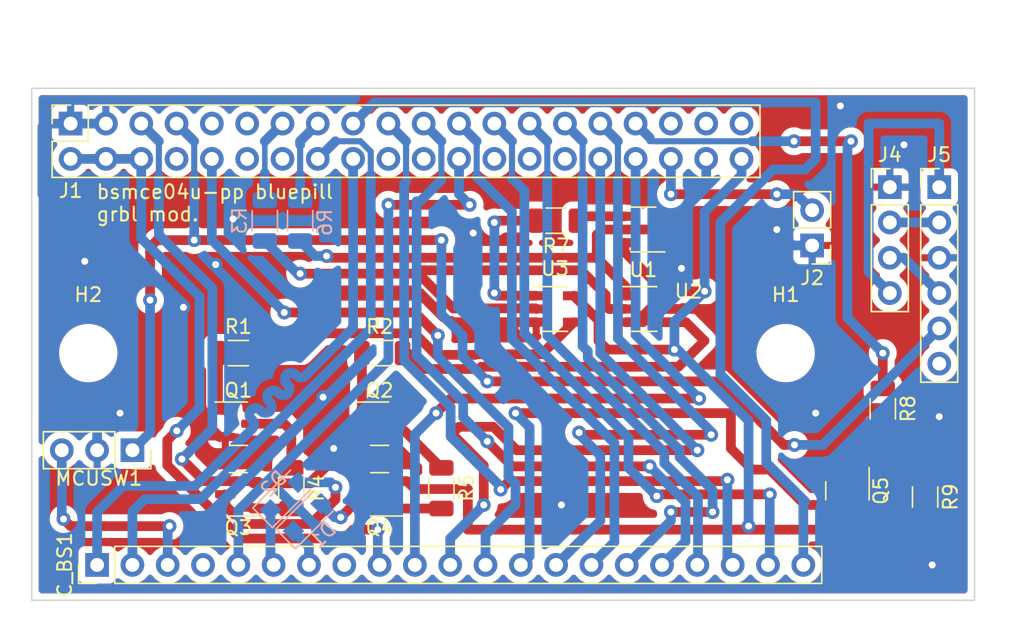
<source format=kicad_pcb>
(kicad_pcb (version 20211014) (generator pcbnew)
  (layers (0 "F.Cu" signal) (31 "B.Cu" signal) (34 "B.Paste" user) (35 "F.Paste" user) (36 "B.SilkS" user "B.Silkscreen") (37 "F.SilkS" user "F.Silkscreen") (38 "B.Mask" user) (39 "F.Mask" user) (44 "Edge.Cuts" user))
  (net 0 "")
  (net 1 "/UDB_D+")
  (net 2 "/UDB_D-")
  (net 3 "/NRST_bsmce04u-pp")
  (net 4 "/Out4")
  (net 5 "/COOLANT_FLOOD_BIT")
  (net 6 "/Out2")
  (net 7 "/Out1")
  (net 8 "/In4")
  (net 9 "/In3")
  (net 10 "/In2")
  (net 11 "/CONTROL_SAFETY_DOOR_BIT")
  (net 12 "/ACM")
  (net 13 "/X_P")
  (net 14 "/X_D")
  (net 15 "/Y_P")
  (net 16 "/Y_D")
  (net 17 "/Z_P")
  (net 18 "/Z_D")
  (net 19 "/A_P")
  (net 20 "/A_D")
  (net 21 "GND")
  (net 22 "+3V3")
  (net 23 "/NRST_BP")
  (net 24 "/B_LIMIT_BIT")
  (net 25 "/C_LIMIT_BIT")
  (net 26 "/SPINDLE_ENABLE_BIT")
  (net 27 "/SPINDLE_DIRECTION_BIT")
  (net 28 "/Motor_enable")
  (net 31 "/VBAT")
  (net 32 "+5V")
  (net 33 "/CONTROL_CYCLE_START_BIT")
  (net 34 "/CONTROL_FEED_HOLD_BIT")
  (net 35 "/CONTROL_RESET_BIT")
  (net 36 "/COOLANT_MIST_BIT")
  (net 37 "/STEPPERS_DISABLE_BIT")
  (net 38 "/B_DIRECTION_BIT")
  (net 39 "/B_STEP_BIT")
  (net 40 "/A_LIMIT_BIT")
  (net 41 "Net-(R7-Pad1)")
  (net 42 "Net-(J1-Pad7)")
  (net 43 "Net-(J1-Pad8)")
  (net 44 "Net-(Q1-Pad1)")
  (net 45 "Net-(Q1-Pad3)")
  (net 46 "Net-(Q2-Pad1)")
  (net 47 "Net-(Q2-Pad3)")
  (net 48 "Net-(Q3-Pad1)")
  (net 49 "Net-(Q4-Pad1)")
  (net 50 "/REW_SIGNAL")
  (net 51 "/FWD_SIGNAL")
  (net 52 "Net-(R7-Pad2)")
  (net 53 "/HS541_~{OE1}")
  (net 54 "/STlink_SWCLK")
  (net 55 "/STlink_SWDIO")
  (net 56 "/STlink_SWO")
  (net 57 "/STlink_target3V3")
  (net 58 "Net-(Q5-Pad1)")
  (net 59 "/SPINDLE_FWD")
  (net 60 "/SPINDLE_REW")
  (footprint "Resistor_SMD:R_1206_3216Metric" (layer "F.Cu") (at 154.94 56.0725 -90)
    (fp_text reference "R8")
    (fp_text value "1k")
  )
  (footprint "Package_TO_SOT_SMD:SOT-23" (layer "F.Cu") (at 108.585 57.15)
    (fp_text reference "Q1")
    (fp_text value "BC817")
  )
  (footprint "Connector_PinHeader_2.54mm:PinHeader_1x04_P2.54mm_Vertical" (layer "F.Cu") (at 155.448 40.132)
    (fp_text reference "J4")
    (fp_text value "ST-Lint2Pill")
  )
  (footprint "Connector_PinHeader_2.54mm:PinHeader_1x06_P2.54mm_Vertical" (layer "F.Cu") (at 159.004 40.132)
    (fp_text reference "J5")
    (fp_text value "ST-link OUT")
  )
  (footprint "Package_TO_SOT_SMD:SOT-23" (layer "F.Cu") (at 118.745 62.23 180)
    (fp_text reference "Q4")
    (fp_text value "BC807")
  )
  (footprint "Resistor_SMD:R_1206_3216Metric" (layer "F.Cu") (at 123.19 61.7875 -90)
    (fp_text reference "R5")
    (fp_text value "1k")
  )
  (footprint "Connector_PinHeader_2.54mm:PinHeader_1x02_P2.54mm_Vertical" (layer "F.Cu") (at 149.86 44.328 180)
    (fp_text reference "J2")
    (fp_text value "PowerSupply")
  )
  (footprint "Package_TO_SOT_SMD:SOT-23" (layer "F.Cu") (at 108.585 62.23 180)
    (fp_text reference "Q3")
    (fp_text value "BC807")
  )
  (footprint "Resistor_SMD:R_1206_3216Metric" (layer "F.Cu") (at 157.988 62.4225 -90)
    (fp_text reference "R9")
    (fp_text value "10k")
  )
  (footprint "Package_TO_SOT_SMD:SOT-23-5_HandSoldering" (layer "F.Cu") (at 137.795 48.895)
    (fp_text reference "U2")
    (fp_text value "SN74AHC1G08DBVR")
  )
  (footprint "Connector_PinHeader_2.54mm:PinHeader_1x21_P2.54mm_Vertical" (layer "F.Cu") (at 98.425 67.305 90)
    (fp_text reference "C_BS1")
    (fp_text value "bsmce04u-pp")
  )
  (footprint "Connector_PinSocket_2.54mm:PinSocket_1x03_P2.54mm_Vertical" (layer "F.Cu") (at 100.965 59.055 -90)
    (fp_text reference "MCUSW1")
    (fp_text value "mcu_switch")
  )
  (footprint "Package_TO_SOT_SMD:SOT-23" (layer "F.Cu") (at 118.745 57.15)
    (fp_text reference "Q2")
    (fp_text value "BC817")
  )
  (footprint "MountingHole:MountingHole_3.2mm_M3" (layer "F.Cu") (at 97.79 52.07)
    (fp_text reference "H2")
    (fp_text value "MountingHole")
  )
  (footprint "Resistor_SMD:R_1206_3216Metric" (layer "F.Cu") (at 108.585 52.07 180)
    (fp_text reference "R1")
    (fp_text value "1k")
  )
  (footprint "Resistor_SMD:R_1206_3216Metric" (layer "F.Cu") (at 112.395 61.7875 -90)
    (fp_text reference "R4")
    (fp_text value "1k")
  )
  (footprint "MountingHole:MountingHole_3.2mm_M3" (layer "F.Cu") (at 147.955 52.07)
    (fp_text reference "H1")
    (fp_text value "MountingHole")
  )
  (footprint "Resistor_SMD:R_1206_3216Metric" (layer "F.Cu") (at 118.9375 52.07 180)
    (fp_text reference "R2")
    (fp_text value "1k")
  )
  (footprint "Package_TO_SOT_SMD:SOT-23" (layer "F.Cu") (at 152.4 61.976 -90)
    (fp_text reference "Q5")
    (fp_text value "BC817")
  )
  (footprint "Package_TO_SOT_SMD:SOT-23-5_HandSoldering" (layer "F.Cu") (at 137.715 43.18 180)
    (fp_text reference "U1")
    (fp_text value "SN74AHC1G04DBVR")
  )
  (footprint "Package_TO_SOT_SMD:SOT-23-5_HandSoldering" (layer "F.Cu") (at 131.365 48.895)
    (fp_text reference locked "U3")
    (fp_text value "SN74AHC1G08DBVR")
  )
  (footprint "Resistor_SMD:R_1206_3216Metric" (layer "F.Cu") (at 131.445 42.545 180)
    (fp_text reference "R7")
    (fp_text value "1k")
  )
  (footprint "BluePillVertical:BluePillPinSocket_2x20_P2.54mm_Vertical" (layer "F.Cu") (at 96.52 35.56 90)
    (fp_text reference "J1")
    (fp_text value "BluePill")
  )
  (footprint "Diode_SMD:D_SOD-123F" (layer "B.Cu") (at 113.538 63.881 45)
    (fp_text reference "D1")
    (fp_text value "1N4148")
  )
  (footprint "Resistor_SMD:R_1206_3216Metric" (layer "B.Cu") (at 110.49 42.545 -90)
    (fp_text reference "R3")
    (fp_text value "1k")
  )
  (footprint "Diode_SMD:D_SOD-123F" (layer "B.Cu") (at 111.887 62.357 45)
    (fp_text reference "D2")
    (fp_text value "1N4148")
  )
  (footprint "Resistor_SMD:R_1206_3216Metric" (layer "B.Cu") (at 113.03 42.545 -90)
    (fp_text reference "R6")
    (fp_text value "1k")
  )
  (gr_line (start 161.544 33.02) (end 161.544 69.85) (layer "Edge.Cuts") (width 0.1))
  (gr_line (start 93.726 69.85) (end 93.726 33.02) (layer "Edge.Cuts") (width 0.1))
  (gr_line (start 93.726 33.02) (end 161.544 33.02) (layer "Edge.Cuts") (width 0.1))
  (gr_line (start 161.544 69.85) (end 93.726 69.85) (layer "Edge.Cuts") (width 0.1))
  (gr_text "bsmce04u-pp bluepill\ngrbl mod." (at 98.298 41.275) (layer "F.SilkS") (effects (font (size 1 1)) (justify left)))
  (segment (start 111.421106 54.896328) (end 111.421106 54.896327) (width 0.7) (layer "B.Cu") (net 1))
  (segment (start 110.855418 56.239831) (end 110.855418 56.23983) (width 0.7) (layer "B.Cu") (net 1))
  (segment (start 109.582624 56.876228) (end 109.511914 56.805518) (width 0.7) (layer "B.Cu") (net 1))
  (segment (start 116.84 50.255248) (end 116.84 38.1) (width 0.7) (layer "B.Cu") (net 1))
  (segment (start 98.425 67.305) (end 98.425 63.5) (width 0.7) (layer "B.Cu") (net 1))
  (segment (start 112.6939 53.623533) (end 112.764611 53.694244) (width 0.7) (layer "B.Cu") (net 1))
  (segment (start 110.148312 56.169121) (end 110.219023 56.239832) (width 0.7) (layer "B.Cu") (net 1))
  (segment (start 110.148312 56.169122) (end 110.148312 56.169121) (width 0.7) (layer "B.Cu") (net 1))
  (segment (start 112.128212 54.33064) (end 112.057502 54.25993) (width 0.7) (layer "B.Cu") (net 1))
  (segment (start 110.855418 55.603434) (end 110.784708 55.532724) (width 0.7) (layer "B.Cu") (net 1))
  (segment (start 98.425 63.5) (end 100.297 61.628) (width 0.7) (layer "B.Cu") (net 1))
  (segment (start 111.421106 54.896327) (end 111.491817 54.967038) (width 0.7) (layer "B.Cu") (net 1))
  (segment (start 113.401006 53.694243) (end 116.84 50.255248) (width 0.7) (layer "B.Cu") (net 1))
  (segment (start 112.128213 54.967038) (end 112.128212 54.967037) (width 0.7) (layer "B.Cu") (net 1))
  (segment (start 112.128212 54.967037) (end 112.128212 54.967036) (width 0.7) (layer "B.Cu") (net 1))
  (segment (start 105.467248 61.628) (end 109.582624 57.512624) (width 0.7) (layer "B.Cu") (net 1))
  (segment (start 112.6939 53.623534) (end 112.6939 53.623533) (width 0.7) (layer "B.Cu") (net 1))
  (segment (start 110.855419 56.239832) (end 110.855418 56.239831) (width 0.7) (layer "B.Cu") (net 1))
  (segment (start 100.297 61.628) (end 105.467248 61.628) (width 0.7) (layer "B.Cu") (net 1))
  (segment (start 113.401007 53.694244) (end 113.401006 53.694243) (width 0.7) (layer "B.Cu") (net 1))
  (arc (start 112.057502 53.623534) (mid 112.375702 53.491731) (end 112.6939 53.623534) (width 0.7) (layer "B.Cu") (net 1))
  (arc (start 109.582624 57.512624) (mid 109.714426 57.194426) (end 109.582624 56.876228) (width 0.7) (layer "B.Cu") (net 1))
  (arc (start 112.128212 54.967036) (mid 112.260014 54.648838) (end 112.128212 54.33064) (width 0.7) (layer "B.Cu") (net 1))
  (arc (start 110.219023 56.239832) (mid 110.537221 56.371634) (end 110.855419 56.239832) (width 0.7) (layer "B.Cu") (net 1))
  (arc (start 111.491817 54.967038) (mid 111.810015 55.09884) (end 112.128213 54.967038) (width 0.7) (layer "B.Cu") (net 1))
  (arc (start 109.511914 56.805518) (mid 109.380112 56.48732) (end 109.511914 56.169122) (width 0.7) (layer "B.Cu") (net 1))
  (arc (start 112.057502 54.25993) (mid 111.9257 53.941732) (end 112.057502 53.623534) (width 0.7) (layer "B.Cu") (net 1))
  (arc (start 110.784708 54.896328) (mid 111.102908 54.764525) (end 111.421106 54.896328) (width 0.7) (layer "B.Cu") (net 1))
  (arc (start 110.784708 55.532724) (mid 110.652906 55.214526) (end 110.784708 54.896328) (width 0.7) (layer "B.Cu") (net 1))
  (arc (start 112.764611 53.694244) (mid 113.082809 53.826046) (end 113.401007 53.694244) (width 0.7) (layer "B.Cu") (net 1))
  (arc (start 110.855418 56.23983) (mid 110.98722 55.921632) (end 110.855418 55.603434) (width 0.7) (layer "B.Cu") (net 1))
  (arc (start 109.511914 56.169122) (mid 109.830114 56.037319) (end 110.148312 56.169122) (width 0.7) (layer "B.Cu") (net 1))
  (segment (start 114.3 38.1) (end 115.57 36.83) (width 0.7) (layer "B.Cu") (net 2))
  (segment (start 118.11 39.243) (end 118.11 50.328752) (width 0.7) (layer "B.Cu") (net 2))
  (segment (start 117.366052 36.83) (end 118.11 37.573948) (width 0.44) (layer "B.Cu") (net 2))
  (segment (start 115.57 36.83) (end 117.366052 36.83) (width 0.44) (layer "B.Cu") (net 2))
  (segment (start 118.11 37.573948) (end 118.11 39.243) (width 0.44) (layer "B.Cu") (net 2))
  (segment (start 105.860752 62.578) (end 101.854 62.578) (width 0.7) (layer "B.Cu") (net 2))
  (segment (start 118.11 50.328752) (end 105.860752 62.578) (width 0.7) (layer "B.Cu") (net 2))
  (segment (start 101.854 62.578) (end 100.965 63.467) (width 0.7) (layer "B.Cu") (net 2))
  (segment (start 100.965 63.467) (end 100.965 67.305) (width 0.7) (layer "B.Cu") (net 2))
  (segment (start 103.632 64.516) (end 96.52 64.516) (width 0.7) (layer "F.Cu") (net 3))
  (segment (start 96.52 64.516) (end 96.012 64.008) (width 0.7) (layer "F.Cu") (net 3))
  (via (at 96.012 64.008) (size 1) (drill 0.5) (layers "F.Cu" "B.Cu") (net 3))
  (via (at 103.632 64.516) (size 1) (drill 0.5) (layers "F.Cu" "B.Cu") (net 3))
  (segment (start 95.885 63.881) (end 96.012 64.008) (width 0.7) (layer "B.Cu") (net 3))
  (segment (start 103.505 64.643) (end 103.632 64.516) (width 0.7) (layer "B.Cu") (net 3))
  (segment (start 95.885 59.055) (end 95.885 63.881) (width 0.7) (layer "B.Cu") (net 3))
  (segment (start 103.505 67.305) (end 103.505 64.643) (width 0.7) (layer "B.Cu") (net 3))
  (segment (start 119.38 41.402) (end 125.222 41.402) (width 0.7) (layer "F.Cu") (net 5))
  (via (at 125.222 41.402) (size 1) (drill 0.5) (layers "F.Cu" "B.Cu") (net 5))
  (via (at 119.38 41.402) (size 1) (drill 0.5) (layers "F.Cu" "B.Cu") (net 5))
  (segment (start 119.38 52.578) (end 119.38 41.402) (width 0.7) (layer "B.Cu") (net 5))
  (segment (start 124.46 40.64) (end 125.222 41.402) (width 0.7) (layer "B.Cu") (net 5))
  (segment (start 124.46 38.1) (end 124.46 40.64) (width 0.7) (layer "B.Cu") (net 5))
  (segment (start 108.585 63.373) (end 119.38 52.578) (width 0.7) (layer "B.Cu") (net 5))
  (segment (start 108.585 67.305) (end 108.585 63.373) (width 0.7) (layer "B.Cu") (net 5))
  (segment (start 110.897051 63.346949) (end 110.897051 67.077051) (width 0.7) (layer "B.Cu") (net 6))
  (segment (start 110.897051 67.077051) (end 111.125 67.305) (width 0.7) (layer "B.Cu") (net 6))
  (segment (start 112.548051 64.870949) (end 113.665 65.987898) (width 0.7) (layer "B.Cu") (net 7))
  (segment (start 113.665 65.987898) (end 113.665 67.305) (width 0.7) (layer "B.Cu") (net 7))
  (segment (start 116.84 64.77) (end 116.205 65.405) (width 0.7) (layer "F.Cu") (net 9))
  (segment (start 103.472777 60.129812) (end 103.472777 58.340648) (width 0.7) (layer "F.Cu") (net 9))
  (segment (start 103.472777 58.340648) (end 104.155425 57.658) (width 0.7) (layer "F.Cu") (net 9))
  (segment (start 108.747965 65.405) (end 103.472777 60.129812) (width 0.7) (layer "F.Cu") (net 9))
  (segment (start 116.205 65.405) (end 108.747965 65.405) (width 0.7) (layer "F.Cu") (net 9))
  (segment (start 118.618 64.77) (end 116.84 64.77) (width 0.7) (layer "F.Cu") (net 9))
  (via (at 104.155425 57.658) (size 1) (drill 0.5) (layers "F.Cu" "B.Cu") (net 9))
  (via (at 118.618 64.77) (size 1) (drill 0.5) (layers "F.Cu" "B.Cu") (net 9))
  (segment (start 118.618 64.77) (end 118.618 67.178) (width 0.7) (layer "B.Cu") (net 9))
  (segment (start 101.6 43.815) (end 105.791 48.006) (width 0.7) (layer "B.Cu") (net 9))
  (segment (start 118.618 67.178) (end 118.745 67.305) (width 0.7) (layer "B.Cu") (net 9))
  (segment (start 101.6 38.1) (end 101.6 43.815) (width 0.7) (layer "B.Cu") (net 9))
  (segment (start 105.791 48.006) (end 105.791 56.022425) (width 0.7) (layer "B.Cu") (net 9))
  (segment (start 105.791 56.022425) (end 104.155425 57.658) (width 0.7) (layer "B.Cu") (net 9))
  (segment (start 96.52 38.1) (end 101.6 38.1) (width 0.7) (layer "B.Cu") (net 9))
  (segment (start 122.809 56.388) (end 123.858502 55.338498) (width 0.7) (layer "F.Cu") (net 10))
  (segment (start 123.858502 55.338498) (end 141.731998 55.338498) (width 0.7) (layer "F.Cu") (net 10))
  (segment (start 141.731998 55.338498) (end 141.732 55.3385) (width 0.7) (layer "F.Cu") (net 10))
  (via (at 122.809 56.388) (size 1) (drill 0.5) (layers "F.Cu" "B.Cu") (net 10))
  (via (at 141.732 55.3385) (size 1) (drill 0.5) (layers "F.Cu" "B.Cu") (net 10))
  (segment (start 121.285 67.305) (end 121.285 57.912) (width 0.7) (layer "B.Cu") (net 10))
  (segment (start 137.16 50.7665) (end 141.732 55.3385) (width 0.7) (layer "B.Cu") (net 10))
  (segment (start 121.285 57.912) (end 122.809 56.388) (width 0.7) (layer "B.Cu") (net 10))
  (segment (start 137.16 38.1) (end 137.16 50.7665) (width 0.7) (layer "B.Cu") (net 10))
  (segment (start 124.453718 57.3705) (end 123.952 57.872218) (width 0.7) (layer "F.Cu") (net 11))
  (segment (start 141.605 59.055) (end 128.611218 59.055) (width 0.7) (layer "F.Cu") (net 11))
  (segment (start 126.238 60.158218) (end 126.238 62.992) (width 0.7) (layer "F.Cu") (net 11))
  (segment (start 128.611218 59.055) (end 126.926718 57.3705) (width 0.7) (layer "F.Cu") (net 11))
  (segment (start 123.952 57.872218) (end 126.238 60.158218) (width 0.7) (layer "F.Cu") (net 11))
  (segment (start 126.926718 57.3705) (end 124.453718 57.3705) (width 0.7) (layer "F.Cu") (net 11))
  (via (at 126.238 62.992) (size 1) (drill 0.5) (layers "F.Cu" "B.Cu") (net 11))
  (via (at 141.605 59.055) (size 1) (drill 0.5) (layers "F.Cu" "B.Cu") (net 11))
  (segment (start 123.825 67.305) (end 123.825 65.405) (width 0.7) (layer "B.Cu") (net 11))
  (segment (start 134.62 52.067017) (end 141.605 59.052017) (width 0.7) (layer "B.Cu") (net 11))
  (segment (start 134.62 38.1) (end 134.62 52.067017) (width 0.7) (layer "B.Cu") (net 11))
  (segment (start 123.825 65.405) (end 126.238 62.992) (width 0.7) (layer "B.Cu") (net 11))
  (segment (start 141.605 59.052017) (end 141.605 59.055) (width 0.7) (layer "B.Cu") (net 11))
  (segment (start 111.887 49.149) (end 121.285 49.149) (width 0.7) (layer "F.Cu") (net 12))
  (segment (start 121.285 49.149) (end 122.936 50.8) (width 0.7) (layer "F.Cu") (net 12))
  (via (at 111.887 49.149) (size 1) (drill 0.5) (layers "F.Cu" "B.Cu") (net 12))
  (via (at 122.936 50.8) (size 1) (drill 0.5) (layers "F.Cu" "B.Cu") (net 12))
  (segment (start 106.68 38.1) (end 106.68 43.942) (width 0.7) (layer "B.Cu") (net 12))
  (segment (start 122.936 50.8) (end 122.936 52.324) (width 0.7) (layer "B.Cu") (net 12))
  (segment (start 128.016 57.404) (end 128.016 60.96) (width 0.7) (layer "B.Cu") (net 12))
  (segment (start 122.936 52.324) (end 128.016 57.404) (width 0.7) (layer "B.Cu") (net 12))
  (segment (start 106.68 43.942) (end 111.887 49.149) (width 0.7) (layer "B.Cu") (net 12))
  (segment (start 128.524 61.468) (end 128.524 62.992) (width 0.7) (layer "B.Cu") (net 12))
  (segment (start 126.365 65.151) (end 126.365 67.305) (width 0.7) (layer "B.Cu") (net 12))
  (segment (start 128.524 62.992) (end 126.365 65.151) (width 0.7) (layer "B.Cu") (net 12))
  (segment (start 128.016 60.96) (end 128.524 61.468) (width 0.7) (layer "B.Cu") (net 12))
  (segment (start 133.2565 57.9455) (end 142.599578 57.9455) (width 0.7) (layer "F.Cu") (net 13))
  (segment (start 133.096 57.785) (end 133.2565 57.9455) (width 0.7) (layer "F.Cu") (net 13))
  (via (at 142.599578 57.9455) (size 1) (drill 0.5) (layers "F.Cu" "B.Cu") (net 13))
  (via (at 133.096 57.785) (size 1) (drill 0.5) (layers "F.Cu" "B.Cu") (net 13))
  (segment (start 134.62 59.436) (end 134.62 64.13) (width 0.7) (layer "B.Cu") (net 13))
  (segment (start 135.89 39.497) (end 135.89 36.83) (width 0.44) (layer "B.Cu") (net 13))
  (segment (start 133.096 57.912) (end 134.62 59.436) (width 0.7) (layer "B.Cu") (net 13))
  (segment (start 134.62 64.13) (end 131.445 67.305) (width 0.7) (layer "B.Cu") (net 13))
  (segment (start 135.89 51.014218) (end 142.660782 57.785) (width 0.7) (layer "B.Cu") (net 13))
  (segment (start 134.62 35.56) (end 135.89 36.83) (width 0.7) (layer "B.Cu") (net 13))
  (segment (start 133.096 57.785) (end 133.096 57.912) (width 0.7) (layer "B.Cu") (net 13))
  (segment (start 135.89 39.497) (end 135.89 51.014218) (width 0.7) (layer "B.Cu") (net 13))
  (segment (start 124.46 35.56) (end 125.73 36.83) (width 0.7) (layer "B.Cu") (net 14))
  (segment (start 125.73 36.83) (end 125.73 37.211) (width 0.44) (layer "B.Cu") (net 14))
  (segment (start 130.473001 53.381915) (end 135.636 58.544914) (width 0.7) (layer "B.Cu") (net 14))
  (segment (start 125.73 39.37) (end 128.259499 41.899499) (width 0.7) (layer "B.Cu") (net 14))
  (segment (start 135.636 65.654) (end 133.985 67.305) (width 0.7) (layer "B.Cu") (net 14))
  (segment (start 135.636 58.544914) (end 135.636 65.654) (width 0.7) (layer "B.Cu") (net 14))
  (segment (start 128.259499 41.899499) (end 128.259499 51.041413) (width 0.7) (layer "B.Cu") (net 14))
  (segment (start 130.473001 53.254914) (end 130.473001 53.381915) (width 0.7) (layer "B.Cu") (net 14))
  (segment (start 125.73 37.211) (end 125.73 39.37) (width 0.44) (layer "B.Cu") (net 14))
  (segment (start 128.259499 51.041413) (end 130.473001 53.254914) (width 0.7) (layer "B.Cu") (net 14))
  (segment (start 139.7 63.5) (end 142.698501 63.5) (width 0.7) (layer "F.Cu") (net 15))
  (via (at 139.7 63.5) (size 1) (drill 0.5) (layers "F.Cu" "B.Cu") (net 15))
  (via (at 142.698501 63.5) (size 1) (drill 0.5) (layers "F.Cu" "B.Cu") (net 15))
  (segment (start 140.335 59.563) (end 142.698501 61.926501) (width 0.7) (layer "B.Cu") (net 15))
  (segment (start 136.525 67.305) (end 139.7 64.13) (width 0.7) (layer "B.Cu") (net 15))
  (segment (start 133.35 51.561999) (end 133.720499 51.932499) (width 0.7) (layer "B.Cu") (net 15))
  (segment (start 133.35 39.37) (end 133.35 51.561999) (width 0.7) (layer "B.Cu") (net 15))
  (segment (start 132.08 35.56) (end 133.35 36.83) (width 0.7) (layer "B.Cu") (net 15))
  (segment (start 140.335 59.054103) (end 140.335 59.563) (width 0.7) (layer "B.Cu") (net 15))
  (segment (start 133.35 36.83) (end 133.35 37.465) (width 0.44) (layer "B.Cu") (net 15))
  (segment (start 133.35 37.465) (end 133.35 39.37) (width 0.44) (layer "B.Cu") (net 15))
  (segment (start 142.698501 61.926501) (end 142.698501 63.5) (width 0.7) (layer "B.Cu") (net 15))
  (segment (start 133.720499 52.439602) (end 140.335 59.054103) (width 0.7) (layer "B.Cu") (net 15))
  (segment (start 139.7 64.13) (end 139.7 63.5) (width 0.7) (layer "B.Cu") (net 15))
  (segment (start 133.720499 51.932499) (end 133.720499 52.439602) (width 0.7) (layer "B.Cu") (net 15))
  (segment (start 128.289451 60.217451) (end 126.492 58.42) (width 0.7) (layer "F.Cu") (net 16))
  (segment (start 138.176 60.217451) (end 128.289451 60.217451) (width 0.7) (layer "F.Cu") (net 16))
  (via (at 138.176 60.217451) (size 1) (drill 0.5) (layers "F.Cu" "B.Cu") (net 16))
  (via (at 126.492 58.42) (size 1) (drill 0.5) (layers "F.Cu" "B.Cu") (net 16))
  (segment (start 123.19 36.83) (end 123.19 37.211) (width 0.44) (layer "B.Cu") (net 16))
  (segment (start 123.19 39.497) (end 123.19 39.624) (width 0.44) (layer "B.Cu") (net 16))
  (segment (start 123.19 37.211) (end 123.19 39.497) (width 0.44) (layer "B.Cu") (net 16))
  (segment (start 140.7495 62.790951) (end 140.7495 65.6205) (width 0.7) (layer "B.Cu") (net 16))
  (segment (start 124.758001 56.686001) (end 124.758001 55.580697) (width 0.7) (layer "B.Cu") (net 16))
  (segment (start 124.758001 55.580697) (end 121.412 52.234696) (width 0.7) (layer "B.Cu") (net 16))
  (segment (start 121.666 41.148) (end 123.19 39.624) (width 0.7) (layer "B.Cu") (net 16))
  (segment (start 140.7495 65.6205) (end 139.065 67.305) (width 0.7) (layer "B.Cu") (net 16))
  (segment (start 126.492 58.42) (end 124.758001 56.686001) (width 0.7) (layer "B.Cu") (net 16))
  (segment (start 121.412 41.148) (end 121.666 41.148) (width 0.7) (layer "B.Cu") (net 16))
  (segment (start 121.92 35.56) (end 123.19 36.83) (width 0.7) (layer "B.Cu") (net 16))
  (segment (start 121.412 52.234696) (end 121.412 41.148) (width 0.7) (layer "B.Cu") (net 16))
  (segment (start 138.176 60.217451) (end 140.7495 62.790951) (width 0.7) (layer "B.Cu") (net 16))
  (segment (start 141.649001 62.401001) (end 141.649001 67.260999) (width 0.7) (layer "B.Cu") (net 17))
  (segment (start 129.54 35.56) (end 130.81 36.83) (width 0.7) (layer "B.Cu") (net 17))
  (segment (start 139.2255 59.216689) (end 139.2255 59.9775) (width 0.7) (layer "B.Cu") (net 17))
  (segment (start 130.81 50.801189) (end 139.2255 59.216689) (width 0.7) (layer "B.Cu") (net 17))
  (segment (start 141.649001 67.260999) (end 141.605 67.305) (width 0.7) (layer "B.Cu") (net 17))
  (segment (start 130.81 36.83) (end 130.81 39.37) (width 0.44) (layer "B.Cu") (net 17))
  (segment (start 139.2255 59.9775) (end 141.649001 62.401001) (width 0.7) (layer "B.Cu") (net 17))
  (segment (start 130.81 39.37) (end 130.81 50.801189) (width 0.7) (layer "B.Cu") (net 17))
  (segment (start 128.055476 61.2805) (end 127.453879 61.882097) (width 0.7) (layer "F.Cu") (net 18))
  (segment (start 143.764 61.1805) (end 143.664 61.2805) (width 0.7) (layer "F.Cu") (net 18))
  (segment (start 143.664 61.2805) (end 128.055476 61.2805) (width 0.7) (layer "F.Cu") (net 18))
  (via (at 143.764 61.1805) (size 1) (drill 0.5) (layers "F.Cu" "B.Cu") (net 18))
  (via (at 127.453879 61.882097) (size 1) (drill 0.5) (layers "F.Cu" "B.Cu") (net 18))
  (segment (start 123.8585 58.074587) (end 127.453879 61.669966) (width 0.7) (layer "B.Cu") (net 18))
  (segment (start 120.512499 39.888501) (end 120.512499 52.607282) (width 0.7) (layer "B.Cu") (net 18))
  (segment (start 120.65 36.83) (end 120.65 37.465) (width 0.44) (layer "B.Cu") (net 18))
  (segment (start 143.764 66.924) (end 144.145 67.305) (width 0.7) (layer "B.Cu") (net 18))
  (segment (start 123.8585 55.953282) (end 123.8585 58.074587) (width 0.7) (layer "B.Cu") (net 18))
  (segment (start 120.65 39.751) (end 120.512499 39.888501) (width 0.7) (layer "B.Cu") (net 18))
  (segment (start 127.453879 61.669966) (end 127.453879 61.882097) (width 0.7) (layer "B.Cu") (net 18))
  (segment (start 119.38 35.56) (end 120.65 36.83) (width 0.7) (layer "B.Cu") (net 18))
  (segment (start 120.65 37.465) (end 120.65 39.116) (width 0.44) (layer "B.Cu") (net 18))
  (segment (start 120.65 39.116) (end 120.65 39.751) (width 0.44) (layer "B.Cu") (net 18))
  (segment (start 120.512499 52.607282) (end 123.8585 55.953282) (width 0.7) (layer "B.Cu") (net 18))
  (segment (start 143.764 61.1805) (end 143.764 66.924) (width 0.7) (layer "B.Cu") (net 18))
  (segment (start 138.811 62.23) (end 138.684 62.357) (width 0.7) (layer "F.Cu") (net 19))
  (segment (start 146.812 62.23) (end 138.811 62.23) (width 0.7) (layer "F.Cu") (net 19))
  (via (at 146.812 62.23) (size 1) (drill 0.5) (layers "F.Cu" "B.Cu") (net 19))
  (via (at 138.684 62.357) (size 1) (drill 0.5) (layers "F.Cu" "B.Cu") (net 19))
  (segment (start 128.27 36.83) (end 128.27 39.497) (width 0.44) (layer "B.Cu") (net 19))
  (segment (start 128.27 39.497) (end 129.159 40.386) (width 0.7) (layer "B.Cu") (net 19))
  (segment (start 136.652 58.161827) (end 136.652 60.325) (width 0.7) (layer "B.Cu") (net 19))
  (segment (start 146.812 62.23) (end 146.812 67.178) (width 0.7) (layer "B.Cu") (net 19))
  (segment (start 129.159 50.668828) (end 136.652 58.161827) (width 0.7) (layer "B.Cu") (net 19))
  (segment (start 136.652 60.325) (end 138.684 62.357) (width 0.7) (layer "B.Cu") (net 19))
  (segment (start 146.812 67.178) (end 146.685 67.305) (width 0.7) (layer "B.Cu") (net 19))
  (segment (start 127 35.56) (end 128.27 36.83) (width 0.7) (layer "B.Cu") (net 19))
  (segment (start 129.159 40.386) (end 129.159 50.668828) (width 0.7) (layer "B.Cu") (net 19))
  (segment (start 150.114 34.036) (end 150.114 38.1) (width 0.7) (layer "B.Cu") (net 20))
  (segment (start 118.364 34.036) (end 150.114 34.036) (width 0.7) (layer "B.Cu") (net 20))
  (segment (start 147.066 38.862) (end 143.256 42.672) (width 0.7) (layer "B.Cu") (net 20))
  (segment (start 143.256 53.594) (end 146.558 56.896) (width 0.7) (layer "B.Cu") (net 20))
  (segment (start 116.84 35.56) (end 118.364 34.036) (width 0.7) (layer "B.Cu") (net 20))
  (segment (start 143.256 42.672) (end 143.256 53.594) (width 0.7) (layer "B.Cu") (net 20))
  (segment (start 146.558 56.896) (end 146.558 59.944) (width 0.7) (layer "B.Cu") (net 20))
  (segment (start 149.352 38.862) (end 147.066 38.862) (width 0.7) (layer "B.Cu") (net 20))
  (segment (start 149.352 62.738) (end 149.225 62.865) (width 0.7) (layer "B.Cu") (net 20))
  (segment (start 150.114 38.1) (end 149.352 38.862) (width 0.7) (layer "B.Cu") (net 20))
  (segment (start 149.225 62.865) (end 149.225 67.305) (width 0.7) (layer "B.Cu") (net 20))
  (segment (start 146.558 59.944) (end 149.352 62.738) (width 0.7) (layer "B.Cu") (net 20))
  (segment (start 107.6475 58.1) (end 107.249 58.1) (width 0.7) (layer "F.Cu") (net 21))
  (segment (start 136.445 49.845) (end 137.7 49.845) (width 0.7) (layer "F.Cu") (net 21))
  (segment (start 102.87 56.388) (end 100.076 56.388) (width 0.7) (layer "F.Cu") (net 21))
  (segment (start 147.066 45.974) (end 147.32 45.72) (width 0.5) (layer "F.Cu") (net 21))
  (segment (start 144.145 48.895) (end 147.32 45.72) (width 0.7) (layer "F.Cu") (net 21))
  (segment (start 123.878718 49.7505) (end 123.973218 49.845) (width 0.7) (layer "F.Cu") (net 21))
  (segment (start 107.249 58.1) (end 104.2035 55.0545) (width 0.7) (layer "F.Cu") (net 21))
  (segment (start 105.664 47.752) (end 121.663914 47.752) (width 0.7) (layer "F.Cu") (net 21))
  (segment (start 137.795 49.276) (end 138.176 48.895) (width 0.7) (layer "F.Cu") (net 21))
  (segment (start 139.065 42.23) (end 146.37 42.23) (width 0.7) (layer "F.Cu") (net 21))
  (segment (start 121.663914 47.752) (end 123.662414 49.7505) (width 0.7) (layer "F.Cu") (net 21))
  (segment (start 123.973218 49.845) (end 130.015 49.845) (width 0.7) (layer "F.Cu") (net 21))
  (segment (start 137.7 49.845) (end 137.795 49.75) (width 0.7) (layer "F.Cu") (net 21))
  (segment (start 146.37 42.23) (end 147.32 43.18) (width 0.7) (layer "F.Cu") (net 21))
  (segment (start 104.6353 48.7807) (end 105.664 47.752) (width 0.7) (layer "F.Cu") (net 21))
  (segment (start 123.662414 49.7505) (end 123.878718 49.7505) (width 0.7) (layer "F.Cu") (net 21))
  (segment (start 138.176 48.895) (end 144.145 48.895) (width 0.7) (layer "F.Cu") (net 21))
  (segment (start 104.2035 55.0545) (end 102.87 56.388) (width 0.7) (layer "F.Cu") (net 21))
  (segment (start 137.795 49.75) (end 137.795 49.276) (width 0.7) (layer "F.Cu") (net 21))
  (segment (start 147.32 43.18) (end 147.32 45.72) (width 0.7) (layer "F.Cu") (net 21))
  (via (at 114.679485 55.243485) (size 1) (drill 0.5) (layers "F.Cu" "B.Cu") (net 21))
  (via (at 115.443 58.928) (size 1) (drill 0.5) (layers "F.Cu" "B.Cu") (net 21))
  (via (at 104.6353 48.7807) (size 1) (drill 0.5) (layers "F.Cu" "B.Cu") (net 21))
  (via (at 100.076 56.388) (size 1) (drill 0.5) (layers "F.Cu" "B.Cu") (net 21))
  (via (at 147.32 43.18) (size 1) (drill 0.5) (layers "F.Cu" "B.Cu") (net 21))
  (via (at 156.464 37.084) (size 1) (drill 0.5) (layers "F.Cu" "B.Cu") (net 21))
  (via (at 140.462 45.974) (size 1) (drill 0.5) (layers "F.Cu" "B.Cu") (net 21))
  (via (at 151.892 34.29) (size 1) (drill 0.5) (layers "F.Cu" "B.Cu") (net 21))
  (via (at 108.204 42.418) (size 1) (drill 0.5) (layers "F.Cu" "B.Cu") (net 21))
  (via (at 150.114 56.388) (size 1) (drill 0.5) (layers "F.Cu" "B.Cu") (net 21))
  (via (at 158.496 67.31) (size 1) (drill 0.5) (layers "F.Cu" "B.Cu") (net 21))
  (via (at 97.536 45.466) (size 1) (drill 0.5) (layers "F.Cu" "B.Cu") (net 21))
  (via (at 106.953891 45.700109) (size 1) (drill 0.5) (layers "F.Cu" "B.Cu") (net 21))
  (via (at 125.476 43.434) (size 1) (drill 0.5) (layers "F.Cu" "B.Cu") (net 21))
  (via (at 131.826 62.992) (size 1) (drill 0.5) (layers "F.Cu" "B.Cu") (net 21))
  (via (at 159.004 56.642) (size 1) (drill 0.5) (layers "F.Cu" "B.Cu") (net 21))
  (segment (start 99.2886 43.434) (end 104.6353 48.7807) (width 0.7) (layer "B.Cu") (net 21))
  (segment (start 140.208 42.164) (end 140.208 45.72) (width 0.7) (layer "B.Cu") (net 21))
  (segment (start 142.24 38.1) (end 142.24 40.132) (width 0.7) (layer "B.Cu") (net 21))
  (segment (start 100.076 56.388) (end 98.425 56.388) (width 0.7) (layer "B.Cu") (net 21))
  (segment (start 94.488 35.814) (end 94.488 40.64) (width 0.7) (layer "B.Cu") (net 21))
  (segment (start 94.488 40.64) (end 97.282 43.434) (width 0.7) (layer "B.Cu") (net 21))
  (segment (start 96.52 35.56) (end 99.06 35.56) (width 0.7) (layer "B.Cu") (net 21))
  (segment (start 148.468 44.328) (end 147.32 43.18) (width 0.7) (layer "B.Cu") (net 21))
  (segment (start 98.425 56.388) (end 98.425 59.055) (width 0.7) (layer "B.Cu") (net 21))
  (segment (start 140.716 45.974) (end 140.462 45.974) (width 0.5) (layer "B.Cu") (net 21))
  (segment (start 94.742 35.56) (end 96.52 35.56) (width 0.7) (layer "B.Cu") (net 21))
  (segment (start 149.86 44.328) (end 148.468 44.328) (width 0.7) (layer "B.Cu") (net 21))
  (segment (start 94.488 35.814) (end 94.742 35.56) (width 0.7) (layer "B.Cu") (net 21))
  (segment (start 140.208 45.72) (end 140.462 45.974) (width 0.7) (layer "B.Cu") (net 21))
  (segment (start 142.24 40.132) (end 140.208 42.164) (width 0.7) (layer "B.Cu") (net 21))
  (segment (start 97.282 43.434) (end 99.2886 43.434) (width 0.7) (layer "B.Cu") (net 21))
  (segment (start 132.715 47.945) (end 134.493 49.723) (width 0.7) (layer "F.Cu") (net 22))
  (segment (start 145.034 64.77) (end 145.288 64.516) (width 0.7) (layer "F.Cu") (net 22))
  (segment (start 157.103 64.77) (end 157.988 63.885) (width 0.7) (layer "F.Cu") (net 22))
  (segment (start 109.5225 61.28) (end 109.68 61.4375) (width 0.7) (layer "F.Cu") (net 22))
  (segment (start 134.493 51.181) (end 135.128 51.816) (width 0.7) (layer "F.Cu") (net 22))
  (segment (start 109.68 61.4375) (end 113.792 61.4375) (width 0.7) (layer "F.Cu") (net 22))
  (segment (start 136.365 44.798) (end 139.145 47.578) (width 0.7) (layer "F.Cu") (net 22))
  (segment (start 144.526 64.77) (end 157.103 64.77) (width 0.7) (layer "F.Cu") (net 22))
  (segment (start 113.792 61.4375) (end 113.792 61.341) (width 0.7) (layer "F.Cu") (net 22))
  (segment (start 134.493 49.723) (end 134.493 51.181) (width 0.7) (layer "F.Cu") (net 22))
  (segment (start 125.095 64.77) (end 144.526 64.77) (width 0.7) (layer "F.Cu") (net 22))
  (segment (start 139.465 47.625) (end 142.1287 47.625) (width 0.7) (layer "F.Cu") (net 22))
  (segment (start 109.5225 61.28) (end 106.110524 61.28) (width 0.7) (layer "F.Cu") (net 22))
  (segment (start 125.095 61.849) (end 121.285 61.849) (width 0.7) (layer "F.Cu") (net 22))
  (segment (start 113.792 61.341) (end 114.935 60.198) (width 0.7) (layer "F.Cu") (net 22))
  (segment (start 120.716 61.28) (end 121.285 61.849) (width 0.7) (layer "F.Cu") (net 22))
  (segment (start 136.365 44.13) (end 136.365 44.798) (width 0.7) (layer "F.Cu") (net 22))
  (segment (start 119.6825 61.28) (end 120.716 61.28) (width 0.7) (layer "F.Cu") (net 22))
  (segment (start 139.145 47.945) (end 139.145 47.578) (width 0.7) (layer "F.Cu") (net 22))
  (segment (start 144.526 64.77) (end 145.034 64.77) (width 0.7) (layer "F.Cu") (net 22))
  (segment (start 135.128 51.816) (end 139.954 51.816) (width 0.7) (layer "F.Cu") (net 22))
  (segment (start 114.935 60.198) (end 118.999 60.198) (width 0.7) (layer "F.Cu") (net 22))
  (segment (start 118.999 60.198) (end 119.6825 60.8815) (width 0.7) (layer "F.Cu") (net 22))
  (segment (start 106.110524 61.28) (end 104.522277 59.691753) (width 0.7) (layer "F.Cu") (net 22))
  (segment (start 119.6825 60.8815) (end 119.6825 61.28) (width 0.7) (layer "F.Cu") (net 22))
  (segment (start 125.095 61.849) (end 125.095 64.77) (width 0.7) (layer "F.Cu") (net 22))
  (via (at 139.954 51.816) (size 1) (drill 0.5) (layers "F.Cu" "B.Cu") (net 22))
  (via (at 104.522277 59.691753) (size 1) (drill 0.5) (layers "F.Cu" "B.Cu") (net 22))
  (via (at 142.1287 47.625) (size 1) (drill 0.5) (layers "F.Cu" "B.Cu") (net 22))
  (via (at 145.288 64.516) (size 1) (drill 0.5) (layers "F.Cu" "B.Cu") (net 22))
  (segment (start 142.1287 41.91) (end 144.78 39.2587) (width 0.7) (layer "B.Cu") (net 22))
  (segment (start 144.78 38.1) (end 144.78 39.2587) (width 0.7) (layer "B.Cu") (net 22))
  (segment (start 106.714623 57.499407) (end 104.522277 59.691753) (width 0.7) (layer "B.Cu") (net 22))
  (segment (start 142.1287 41.91) (end 142.1287 47.625) (width 0.7) (layer "B.Cu") (net 22))
  (segment (start 102.87 36.83) (end 102.87 39.37) (width 0.44) (layer "B.Cu") (net 22))
  (segment (start 145.288 56.935782) (end 140.168218 51.816) (width 0.7) (layer "B.Cu") (net 22))
  (segment (start 102.87 43.561) (end 106.714623 47.405623) (width 0.7) (layer "B.Cu") (net 22))
  (segment (start 145.288 64.516) (end 145.288 56.935782) (width 0.7) (layer "B.Cu") (net 22))
  (segment (start 102.87 39.37) (end 102.87 43.561) (width 0.7) (layer "B.Cu") (net 22))
  (segment (start 140.168218 51.816) (end 139.954 51.816) (width 0.7) (layer "B.Cu") (net 22))
  (segment (start 106.714623 47.405623) (end 106.714623 57.499407) (width 0.7) (layer "B.Cu") (net 22))
  (segment (start 139.954 51.816) (end 139.954 49.7997) (width 0.7) (layer "B.Cu") (net 22))
  (segment (start 139.954 49.7997) (end 142.1287 47.625) (width 0.7) (layer "B.Cu") (net 22))
  (segment (start 101.6 35.56) (end 102.87 36.83) (width 0.7) (layer "B.Cu") (net 22))
  (segment (start 123.19 43.942) (end 105.41 43.942) (width 0.7) (layer "F.Cu") (net 23))
  (segment (start 146.558 57.404) (end 147.828 58.674) (width 0.7) (layer "F.Cu") (net 23))
  (segment (start 126.492 54.102) (end 143.256 54.102) (width 0.7) (layer "F.Cu") (net 23))
  (segment (start 143.256 54.102) (end 146.558 57.404) (width 0.7) (layer "F.Cu") (net 23))
  (segment (start 147.828 58.674) (end 148.59 58.674) (width 0.7) (layer "F.Cu") (net 23))
  (segment (start 102.743 43.942) (end 105.41 43.942) (width 0.7) (layer "F.Cu") (net 23))
  (segment (start 102.235 44.45) (end 102.743 43.942) (width 0.7) (layer "F.Cu") (net 23))
  (segment (start 102.235 48.26) (end 102.235 44.45) (width 0.7) (layer "F.Cu") (net 23))
  (via (at 123.19 43.942) (size 1) (drill 0.5) (layers "F.Cu" "B.Cu") (net 23))
  (via (at 102.235 48.26) (size 1) (drill 0.5) (layers "F.Cu" "B.Cu") (net 23))
  (via (at 126.492 54.102) (size 1) (drill 0.5) (layers "F.Cu" "B.Cu") (net 23))
  (via (at 105.41 43.942) (size 1) (drill 0.5) (layers "F.Cu" "B.Cu") (net 23))
  (via (at 148.59 58.674) (size 1) (drill 0.5) (layers "F.Cu" "B.Cu") (net 23))
  (segment (start 150.622 58.674) (end 159.004 50.292) (width 0.7) (layer "B.Cu") (net 23))
  (segment (start 123.19 43.942) (end 123.19 48.768) (width 0.7) (layer "B.Cu") (net 23))
  (segment (start 102.235 57.785) (end 100.965 59.055) (width 0.7) (layer "B.Cu") (net 23))
  (segment (start 123.19 48.768) (end 123.19 49.276) (width 0.7) (layer "B.Cu") (net 23))
  (segment (start 105.41 39.37) (end 105.41 43.942) (width 0.7) (layer "B.Cu") (net 23))
  (segment (start 105.41 36.83) (end 105.41 39.37) (width 0.44) (layer "B.Cu") (net 23))
  (segment (start 124.714 50.8) (end 124.714 52.324) (width 0.7) (layer "B.Cu") (net 23))
  (segment (start 104.14 35.56) (end 105.41 36.83) (width 0.7) (layer "B.Cu") (net 23))
  (segment (start 123.19 49.276) (end 124.714 50.8) (width 0.7) (layer "B.Cu") (net 23))
  (segment (start 148.59 58.674) (end 150.622 58.674) (width 0.7) (layer "B.Cu") (net 23))
  (segment (start 124.714 52.324) (end 126.492 54.102) (width 0.7) (layer "B.Cu") (net 23))
  (segment (start 102.235 48.26) (end 102.235 57.785) (width 0.7) (layer "B.Cu") (net 23))
  (segment (start 133.233501 46.111501) (end 121.782499 46.111501) (width 0.7) (layer "F.Cu") (net 26))
  (segment (start 135.011501 48.649415) (end 135.011501 47.889501) (width 0.7) (layer "F.Cu") (net 26))
  (segment (start 135.257086 48.895) (end 135.011501 48.649415) (width 0.7) (layer "F.Cu") (net 26))
  (segment (start 130.015 48.895) (end 129.970999 48.850999) (width 0.7) (layer "F.Cu") (net 26))
  (segment (start 129.970999 48.850999) (end 124.034999 48.850999) (width 0.7) (layer "F.Cu") (net 26))
  (segment (start 121.782499 46.111501) (end 121.539 46.355) (width 0.7) (layer "F.Cu") (net 26))
  (segment (start 124.034999 48.850999) (end 121.539 46.355) (width 0.7) (layer "F.Cu") (net 26))
  (segment (start 136.445 48.895) (end 135.257086 48.895) (width 0.7) (layer "F.Cu") (net 26))
  (segment (start 135.011501 47.889501) (end 133.233501 46.111501) (width 0.7) (layer "F.Cu") (net 26))
  (segment (start 121.539 46.355) (end 113.03 46.355) (width 0.7) (layer "F.Cu") (net 26))
  (via (at 113.03 46.355) (size 1) (drill 0.5) (layers "F.Cu" "B.Cu") (net 26))
  (segment (start 110.49 44.0075) (end 112.8375 46.355) (width 0.7) (layer "B.Cu") (net 26))
  (segment (start 112.8375 46.355) (end 113.03 46.355) (width 0.7) (layer "B.Cu") (net 26))
  (segment (start 134.366 45.212) (end 115.062 45.212) (width 0.7) (layer "F.Cu") (net 27))
  (segment (start 139.065 43.18) (end 134.747 43.18) (width 0.7) (layer "F.Cu") (net 27))
  (segment (start 136.445 47.291) (end 136.445 47.945) (width 0.7) (layer "F.Cu") (net 27))
  (segment (start 115.062 45.212) (end 114.935 45.085) (width 0.7) (layer "F.Cu") (net 27))
  (segment (start 134.366 43.561) (end 134.366 45.212) (width 0.7) (layer "F.Cu") (net 27))
  (segment (start 134.366 45.212) (end 136.445 47.291) (width 0.7) (layer "F.Cu") (net 27))
  (segment (start 134.747 43.18) (end 134.366 43.561) (width 0.7) (layer "F.Cu") (net 27))
  (via (at 114.935 45.085) (size 1) (drill 0.5) (layers "F.Cu" "B.Cu") (net 27))
  (segment (start 114.1075 45.085) (end 114.935 45.085) (width 0.7) (layer "B.Cu") (net 27))
  (segment (start 113.03 44.0075) (end 114.1075 45.085) (width 0.7) (layer "B.Cu") (net 27))
  (segment (start 149.352 62.992) (end 146.812 60.452) (width 0.7) (layer "F.Cu") (net 28))
  (segment (start 146.812 60.452) (end 145.542 60.452) (width 0.7) (layer "F.Cu") (net 28))
  (segment (start 144.018 56.388) (end 128.524 56.388) (width 0.7) (layer "F.Cu") (net 28))
  (segment (start 152.4 62.9135) (end 152.3215 62.992) (width 0.7) (layer "F.Cu") (net 28))
  (segment (start 145.542 60.452) (end 144.018 58.928) (width 0.7) (layer "F.Cu") (net 28))
  (segment (start 144.018 58.928) (end 144.018 56.388) (width 0.7) (layer "F.Cu") (net 28))
  (segment (start 152.3215 62.992) (end 149.352 62.992) (width 0.7) (layer "F.Cu") (net 28))
  (via (at 128.524 56.388) (size 1) (drill 0.5) (layers "F.Cu" "B.Cu") (net 28))
  (segment (start 129.54 66.67) (end 128.905 67.305) (width 0.7) (layer "B.Cu") (net 28))
  (segment (start 129.54 57.404) (end 129.54 66.67) (width 0.7) (layer "B.Cu") (net 28))
  (segment (start 128.524 56.388) (end 129.54 57.404) (width 0.7) (layer "B.Cu") (net 28))
  (segment (start 139.7 40.64) (end 147.32 40.64) (width 0.7) (layer "F.Cu") (net 32))
  (via (at 139.7 40.64) (size 1) (drill 0.5) (layers "F.Cu" "B.Cu") (net 32))
  (via (at 147.32 40.64) (size 1) (drill 0.5) (layers "F.Cu" "B.Cu") (net 32))
  (segment (start 139.7 38.1) (end 139.7 40.64) (width 0.7) (layer "B.Cu") (net 32))
  (segment (start 148.712 40.64) (end 149.86 41.788) (width 0.7) (layer "B.Cu") (net 32))
  (segment (start 147.32 40.64) (end 148.712 40.64) (width 0.7) (layer "B.Cu") (net 32))
  (segment (start 133.2225 42.23) (end 132.9075 42.545) (width 0.7) (layer "F.Cu") (net 41))
  (segment (start 136.365 42.23) (end 133.2225 42.23) (width 0.7) (layer "F.Cu") (net 41))
  (segment (start 110.49 41.0825) (end 110.49 39.116) (width 0.7) (layer "B.Cu") (net 42))
  (segment (start 111.76 35.56) (end 110.49 36.83) (width 0.7) (layer "B.Cu") (net 42))
  (segment (start 110.49 36.83) (end 110.49 39.116) (width 0.4) (layer "B.Cu") (net 42))
  (segment (start 113.03 37.084) (end 113.03 39.243) (width 0.44) (layer "B.Cu") (net 43))
  (segment (start 114.3 35.56) (end 113.03 36.83) (width 0.7) (layer "B.Cu") (net 43))
  (segment (start 113.03 41.0825) (end 113.03 39.243) (width 0.7) (layer "B.Cu") (net 43))
  (segment (start 113.03 36.83) (end 113.03 37.084) (width 0.7) (layer "B.Cu") (net 43))
  (segment (start 107.1225 55.675) (end 107.1225 52.07) (width 0.7) (layer "F.Cu") (net 44))
  (segment (start 107.6475 56.2) (end 107.1225 55.675) (width 0.7) (layer "F.Cu") (net 44))
  (segment (start 112.395 57.658) (end 112.395 60.325) (width 0.7) (layer "F.Cu") (net 45))
  (segment (start 109.5225 57.15) (end 111.887 57.15) (width 0.7) (layer "F.Cu") (net 45))
  (segment (start 111.887 57.15) (end 112.395 57.658) (width 0.7) (layer "F.Cu") (net 45))
  (segment (start 117.475 55.8675) (end 117.475 52.07) (width 0.7) (layer "F.Cu") (net 46))
  (segment (start 117.8075 56.2) (end 117.475 55.8675) (width 0.7) (layer "F.Cu") (net 46))
  (segment (start 120.015 57.15) (end 123.19 60.325) (width 0.7) (layer "F.Cu") (net 47))
  (segment (start 119.6825 57.15) (end 120.015 57.15) (width 0.7) (layer "F.Cu") (net 47))
  (segment (start 109.5225 63.18) (end 109.5925 63.25) (width 0.7) (layer "F.Cu") (net 48))
  (segment (start 109.5925 63.25) (end 112.395 63.25) (width 0.7) (layer "F.Cu") (net 48))
  (segment (start 119.7525 63.25) (end 123.19 63.25) (width 0.7) (layer "F.Cu") (net 49))
  (segment (start 119.6825 63.18) (end 119.7525 63.25) (width 0.7) (layer "F.Cu") (net 49))
  (segment (start 130.407001 52.152999) (end 132.715 49.845) (width 0.7) (layer "F.Cu") (net 50))
  (segment (start 121.257 50.645) (end 122.809 52.197) (width 0.7) (layer "F.Cu") (net 50))
  (segment (start 125.640695 52.197) (end 125.684697 52.152999) (width 0.7) (layer "F.Cu") (net 50))
  (segment (start 110.0475 52.07) (end 113.157 52.07) (width 0.7) (layer "F.Cu") (net 50))
  (segment (start 122.809 52.197) (end 125.640695 52.197) (width 0.7) (layer "F.Cu") (net 50))
  (segment (start 125.684697 52.152999) (end 130.407001 52.152999) (width 0.7) (layer "F.Cu") (net 50))
  (segment (start 114.582 50.645) (end 121.257 50.645) (width 0.7) (layer "F.Cu") (net 50))
  (segment (start 113.157 52.07) (end 114.582 50.645) (width 0.7) (layer "F.Cu") (net 50))
  (segment (start 120.777 52.07) (end 121.92 53.213) (width 0.7) (layer "F.Cu") (net 51))
  (segment (start 140.777 49.845) (end 139.145 49.845) (width 0.7) (layer "F.Cu") (net 51))
  (segment (start 120.4 52.07) (end 120.777 52.07) (width 0.7) (layer "F.Cu") (net 51))
  (segment (start 125.896782 53.213) (end 126.057282 53.0525) (width 0.7) (layer "F.Cu") (net 51))
  (segment (start 121.92 53.213) (end 125.896782 53.213) (width 0.7) (layer "F.Cu") (net 51))
  (segment (start 142.113 51.181) (end 140.777 49.845) (width 0.7) (layer "F.Cu") (net 51))
  (segment (start 140.2415 53.0525) (end 142.113 51.181) (width 0.7) (layer "F.Cu") (net 51))
  (segment (start 126.057282 53.0525) (end 140.2415 53.0525) (width 0.7) (layer "F.Cu") (net 51))
  (segment (start 127.193 47.945) (end 127 47.752) (width 0.7) (layer "F.Cu") (net 52))
  (segment (start 130.015 47.945) (end 127.193 47.945) (width 0.7) (layer "F.Cu") (net 52))
  (segment (start 127.127 42.545) (end 127 42.672) (width 0.7) (layer "F.Cu") (net 52))
  (segment (start 129.9825 42.545) (end 127.127 42.545) (width 0.7) (layer "F.Cu") (net 52))
  (via (at 127 47.752) (size 1) (drill 0.5) (layers "F.Cu" "B.Cu") (net 52))
  (via (at 127 42.672) (size 1) (drill 0.5) (layers "F.Cu" "B.Cu") (net 52))
  (segment (start 127 42.672) (end 127 47.752) (width 0.7) (layer "B.Cu") (net 52))
  (segment (start 154.94 52.07) (end 154.94 54.61) (width 0.7) (layer "F.Cu") (net 53))
  (segment (start 148.5565 36.83) (end 152.654 36.83) (width 0.7) (layer "F.Cu") (net 53))
  (via (at 148.5565 36.83) (size 1) (drill 0.5) (layers "F.Cu" "B.Cu") (net 53))
  (via (at 152.654 36.83) (size 1) (drill 0.5) (layers "F.Cu" "B.Cu") (net 53))
  (via (at 154.94 52.07) (size 1) (drill 0.5) (layers "F.Cu" "B.Cu") (net 53))
  (segment (start 154.94 52.07) (end 152.4 49.53) (width 0.7) (layer "B.Cu") (net 53))
  (segment (start 138.684 36.83) (end 145.542 36.83) (width 0.44) (layer "B.Cu") (net 53))
  (segment (start 138.43 36.83) (end 138.684 36.83) (width 0.44) (layer "B.Cu") (net 53))
  (segment (start 138.176 36.576) (end 138.176 36.83) (width 0.44) (layer "B.Cu") (net 53))
  (segment (start 152.4 37.084) (end 152.654 36.83) (width 0.7) (layer "B.Cu") (net 53))
  (segment (start 137.16 35.56) (end 138.176 36.576) (width 0.7) (layer "B.Cu") (net 53))
  (segment (start 152.4 49.53) (end 152.4 37.084) (width 0.7) (layer "B.Cu") (net 53))
  (segment (start 138.176 36.576) (end 138.43 36.83) (width 0.44) (layer "B.Cu") (net 53))
  (segment (start 145.542 36.83) (end 148.5565 36.83) (width 0.7) (layer "B.Cu") (net 53))
  (segment (start 155.448 42.672) (end 159.004 42.672) (width 0.7) (layer "B.Cu") (net 54))
  (segment (start 155.448 45.212) (end 156.464 45.212) (width 0.7) (layer "B.Cu") (net 55))
  (segment (start 156.464 45.212) (end 159.004 47.752) (width 0.7) (layer "B.Cu") (net 55))
  (segment (start 153.924 35.56) (end 159.004 35.56) (width 0.7) (layer "B.Cu") (net 57))
  (segment (start 153.924 46.228) (end 153.924 35.56) (width 0.7) (layer "B.Cu") (net 57))
  (segment (start 159.004 35.56) (end 159.004 40.132) (width 0.7) (layer "B.Cu") (net 57))
  (segment (start 155.448 47.752) (end 153.924 46.228) (width 0.7) (layer "B.Cu") (net 57))
  (segment (start 153.35 61.0385) (end 155.0185 61.0385) (width 0.7) (layer "F.Cu") (net 58))
  (segment (start 154.94 60.96) (end 155.0185 61.0385) (width 0.7) (layer "F.Cu") (net 58))
  (segment (start 154.94 57.535) (end 154.94 60.96) (width 0.7) (layer "F.Cu") (net 58))
  (segment (start 155.0185 61.0385) (end 157.9095 61.0385) (width 0.7) (layer "F.Cu") (net 58))
  (segment (start 157.9095 61.0385) (end 157.988 60.96) (width 0.7) (layer "F.Cu") (net 58))
  (segment (start 117.8075 62.23) (end 117.602 62.23) (width 0.7) (layer "F.Cu") (net 59))
  (segment (start 117.602 62.23) (end 115.951 63.881) (width 0.7) (layer "F.Cu") (net 59))
  (via (at 115.951 63.881) (size 1) (drill 0.5) (layers "F.Cu" "B.Cu") (net 59))
  (segment (start 115.951 63.881) (end 115.517898 63.881) (width 0.7) (layer "B.Cu") (net 59))
  (segment (start 115.517898 63.881) (end 114.527949 62.891051) (width 0.7) (layer "B.Cu") (net 59))
  (segment (start 107.6475 62.23) (end 107.6475 63.032449) (width 0.7) (layer "F.Cu") (net 60))
  (segment (start 113.800795 64.3625) (end 115.57 62.593295) (width 0.7) (layer "F.Cu") (net 60))
  (segment (start 115.57 62.593295) (end 115.57 61.722) (width 0.7) (layer "F.Cu") (net 60))
  (segment (start 107.6475 63.032449) (end 108.977551 64.3625) (width 0.7) (layer "F.Cu") (net 60))
  (segment (start 108.977551 64.3625) (end 113.800795 64.3625) (width 0.7) (layer "F.Cu") (net 60))
  (via (at 115.57 61.722) (size 1) (drill 0.5) (layers "F.Cu" "B.Cu") (net 60))
  (segment (start 112.876949 61.367051) (end 115.215051 61.367051) (width 0.7) (layer "B.Cu") (net 60))
  (segment (start 115.215051 61.367051) (end 115.57 61.722) (width 0.7) (layer "B.Cu") (net 60))
  (zone (net 21) (net_name "GND") (layer "F.Cu") (connect_pads (clearance 0.5)) (min_thickness 0.45) (fill yes (thermal_gap 0.508) (thermal_bridge_width 0.508))
    (polygon (pts (xy 164.338 71.12) (xy 91.44 71.12) (xy 91.44 26.67) (xy 164.338 26.67)))
  )
  (zone (net 21) (net_name "GND") (layer "B.Cu") (connect_pads (clearance 0.5)) (min_thickness 0.45) (fill yes (thermal_gap 0.508) (thermal_bridge_width 0.508))
    (polygon (pts (xy 165.1 70.612) (xy 92.71 69.85) (xy 92.71 31.75) (xy 164.592 31.75)))
  )
)
</source>
